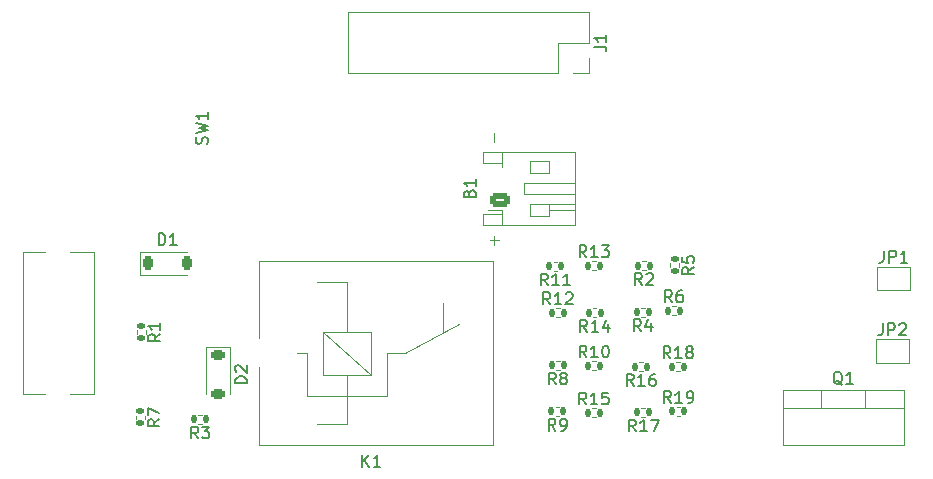
<source format=gbr>
%TF.GenerationSoftware,KiCad,Pcbnew,8.0.1*%
%TF.CreationDate,2024-03-24T23:16:52+02:00*%
%TF.ProjectId,KiCad,4b694361-642e-46b6-9963-61645f706362,rev?*%
%TF.SameCoordinates,Original*%
%TF.FileFunction,Legend,Top*%
%TF.FilePolarity,Positive*%
%FSLAX46Y46*%
G04 Gerber Fmt 4.6, Leading zero omitted, Abs format (unit mm)*
G04 Created by KiCad (PCBNEW 8.0.1) date 2024-03-24 23:16:52*
%MOMM*%
%LPD*%
G01*
G04 APERTURE LIST*
G04 Aperture macros list*
%AMRoundRect*
0 Rectangle with rounded corners*
0 $1 Rounding radius*
0 $2 $3 $4 $5 $6 $7 $8 $9 X,Y pos of 4 corners*
0 Add a 4 corners polygon primitive as box body*
4,1,4,$2,$3,$4,$5,$6,$7,$8,$9,$2,$3,0*
0 Add four circle primitives for the rounded corners*
1,1,$1+$1,$2,$3*
1,1,$1+$1,$4,$5*
1,1,$1+$1,$6,$7*
1,1,$1+$1,$8,$9*
0 Add four rect primitives between the rounded corners*
20,1,$1+$1,$2,$3,$4,$5,0*
20,1,$1+$1,$4,$5,$6,$7,0*
20,1,$1+$1,$6,$7,$8,$9,0*
20,1,$1+$1,$8,$9,$2,$3,0*%
G04 Aperture macros list end*
%ADD10C,0.150000*%
%ADD11C,0.100000*%
%ADD12C,0.120000*%
%ADD13RoundRect,0.135000X-0.135000X-0.185000X0.135000X-0.185000X0.135000X0.185000X-0.135000X0.185000X0*%
%ADD14R,1.000000X1.500000*%
%ADD15RoundRect,0.250000X0.625000X-0.350000X0.625000X0.350000X-0.625000X0.350000X-0.625000X-0.350000X0*%
%ADD16O,1.750000X1.200000*%
%ADD17RoundRect,0.135000X0.135000X0.185000X-0.135000X0.185000X-0.135000X-0.185000X0.135000X-0.185000X0*%
%ADD18RoundRect,0.135000X-0.185000X0.135000X-0.185000X-0.135000X0.185000X-0.135000X0.185000X0.135000X0*%
%ADD19R,1.905000X2.000000*%
%ADD20O,1.905000X2.000000*%
%ADD21RoundRect,0.225000X-0.375000X0.225000X-0.375000X-0.225000X0.375000X-0.225000X0.375000X0.225000X0*%
%ADD22RoundRect,0.225000X-0.225000X-0.375000X0.225000X-0.375000X0.225000X0.375000X-0.225000X0.375000X0*%
%ADD23C,3.000000*%
%ADD24C,2.500000*%
%ADD25R,1.700000X1.700000*%
%ADD26O,1.700000X1.700000*%
%ADD27C,1.700000*%
%ADD28C,2.000000*%
G04 APERTURE END LIST*
D10*
X163153333Y-97989219D02*
X162820000Y-97513028D01*
X162581905Y-97989219D02*
X162581905Y-96989219D01*
X162581905Y-96989219D02*
X162962857Y-96989219D01*
X162962857Y-96989219D02*
X163058095Y-97036838D01*
X163058095Y-97036838D02*
X163105714Y-97084457D01*
X163105714Y-97084457D02*
X163153333Y-97179695D01*
X163153333Y-97179695D02*
X163153333Y-97322552D01*
X163153333Y-97322552D02*
X163105714Y-97417790D01*
X163105714Y-97417790D02*
X163058095Y-97465409D01*
X163058095Y-97465409D02*
X162962857Y-97513028D01*
X162962857Y-97513028D02*
X162581905Y-97513028D01*
X164010476Y-96989219D02*
X163820000Y-96989219D01*
X163820000Y-96989219D02*
X163724762Y-97036838D01*
X163724762Y-97036838D02*
X163677143Y-97084457D01*
X163677143Y-97084457D02*
X163581905Y-97227314D01*
X163581905Y-97227314D02*
X163534286Y-97417790D01*
X163534286Y-97417790D02*
X163534286Y-97798742D01*
X163534286Y-97798742D02*
X163581905Y-97893980D01*
X163581905Y-97893980D02*
X163629524Y-97941600D01*
X163629524Y-97941600D02*
X163724762Y-97989219D01*
X163724762Y-97989219D02*
X163915238Y-97989219D01*
X163915238Y-97989219D02*
X164010476Y-97941600D01*
X164010476Y-97941600D02*
X164058095Y-97893980D01*
X164058095Y-97893980D02*
X164105714Y-97798742D01*
X164105714Y-97798742D02*
X164105714Y-97560647D01*
X164105714Y-97560647D02*
X164058095Y-97465409D01*
X164058095Y-97465409D02*
X164010476Y-97417790D01*
X164010476Y-97417790D02*
X163915238Y-97370171D01*
X163915238Y-97370171D02*
X163724762Y-97370171D01*
X163724762Y-97370171D02*
X163629524Y-97417790D01*
X163629524Y-97417790D02*
X163581905Y-97465409D01*
X163581905Y-97465409D02*
X163534286Y-97560647D01*
X155920742Y-94179219D02*
X155587409Y-93703028D01*
X155349314Y-94179219D02*
X155349314Y-93179219D01*
X155349314Y-93179219D02*
X155730266Y-93179219D01*
X155730266Y-93179219D02*
X155825504Y-93226838D01*
X155825504Y-93226838D02*
X155873123Y-93274457D01*
X155873123Y-93274457D02*
X155920742Y-93369695D01*
X155920742Y-93369695D02*
X155920742Y-93512552D01*
X155920742Y-93512552D02*
X155873123Y-93607790D01*
X155873123Y-93607790D02*
X155825504Y-93655409D01*
X155825504Y-93655409D02*
X155730266Y-93703028D01*
X155730266Y-93703028D02*
X155349314Y-93703028D01*
X156873123Y-94179219D02*
X156301695Y-94179219D01*
X156587409Y-94179219D02*
X156587409Y-93179219D01*
X156587409Y-93179219D02*
X156492171Y-93322076D01*
X156492171Y-93322076D02*
X156396933Y-93417314D01*
X156396933Y-93417314D02*
X156301695Y-93464933D01*
X157206457Y-93179219D02*
X157825504Y-93179219D01*
X157825504Y-93179219D02*
X157492171Y-93560171D01*
X157492171Y-93560171D02*
X157635028Y-93560171D01*
X157635028Y-93560171D02*
X157730266Y-93607790D01*
X157730266Y-93607790D02*
X157777885Y-93655409D01*
X157777885Y-93655409D02*
X157825504Y-93750647D01*
X157825504Y-93750647D02*
X157825504Y-93988742D01*
X157825504Y-93988742D02*
X157777885Y-94083980D01*
X157777885Y-94083980D02*
X157730266Y-94131600D01*
X157730266Y-94131600D02*
X157635028Y-94179219D01*
X157635028Y-94179219D02*
X157349314Y-94179219D01*
X157349314Y-94179219D02*
X157254076Y-94131600D01*
X157254076Y-94131600D02*
X157206457Y-94083980D01*
X180990266Y-99788219D02*
X180990266Y-100502504D01*
X180990266Y-100502504D02*
X180942647Y-100645361D01*
X180942647Y-100645361D02*
X180847409Y-100740600D01*
X180847409Y-100740600D02*
X180704552Y-100788219D01*
X180704552Y-100788219D02*
X180609314Y-100788219D01*
X181466457Y-100788219D02*
X181466457Y-99788219D01*
X181466457Y-99788219D02*
X181847409Y-99788219D01*
X181847409Y-99788219D02*
X181942647Y-99835838D01*
X181942647Y-99835838D02*
X181990266Y-99883457D01*
X181990266Y-99883457D02*
X182037885Y-99978695D01*
X182037885Y-99978695D02*
X182037885Y-100121552D01*
X182037885Y-100121552D02*
X181990266Y-100216790D01*
X181990266Y-100216790D02*
X181942647Y-100264409D01*
X181942647Y-100264409D02*
X181847409Y-100312028D01*
X181847409Y-100312028D02*
X181466457Y-100312028D01*
X182418838Y-99883457D02*
X182466457Y-99835838D01*
X182466457Y-99835838D02*
X182561695Y-99788219D01*
X182561695Y-99788219D02*
X182799790Y-99788219D01*
X182799790Y-99788219D02*
X182895028Y-99835838D01*
X182895028Y-99835838D02*
X182942647Y-99883457D01*
X182942647Y-99883457D02*
X182990266Y-99978695D01*
X182990266Y-99978695D02*
X182990266Y-100073933D01*
X182990266Y-100073933D02*
X182942647Y-100216790D01*
X182942647Y-100216790D02*
X182371219Y-100788219D01*
X182371219Y-100788219D02*
X182990266Y-100788219D01*
X146010209Y-88771361D02*
X146057828Y-88628504D01*
X146057828Y-88628504D02*
X146105447Y-88580885D01*
X146105447Y-88580885D02*
X146200685Y-88533266D01*
X146200685Y-88533266D02*
X146343542Y-88533266D01*
X146343542Y-88533266D02*
X146438780Y-88580885D01*
X146438780Y-88580885D02*
X146486400Y-88628504D01*
X146486400Y-88628504D02*
X146534019Y-88723742D01*
X146534019Y-88723742D02*
X146534019Y-89104694D01*
X146534019Y-89104694D02*
X145534019Y-89104694D01*
X145534019Y-89104694D02*
X145534019Y-88771361D01*
X145534019Y-88771361D02*
X145581638Y-88676123D01*
X145581638Y-88676123D02*
X145629257Y-88628504D01*
X145629257Y-88628504D02*
X145724495Y-88580885D01*
X145724495Y-88580885D02*
X145819733Y-88580885D01*
X145819733Y-88580885D02*
X145914971Y-88628504D01*
X145914971Y-88628504D02*
X145962590Y-88676123D01*
X145962590Y-88676123D02*
X146010209Y-88771361D01*
X146010209Y-88771361D02*
X146010209Y-89104694D01*
X146534019Y-87580885D02*
X146534019Y-88152313D01*
X146534019Y-87866599D02*
X145534019Y-87866599D01*
X145534019Y-87866599D02*
X145676876Y-87961837D01*
X145676876Y-87961837D02*
X145772114Y-88057075D01*
X145772114Y-88057075D02*
X145819733Y-88152313D01*
D11*
X148120666Y-84412715D02*
X148120666Y-83650811D01*
X148120666Y-93112715D02*
X148120666Y-92350811D01*
X148501619Y-92731763D02*
X147739714Y-92731763D01*
D10*
X159910542Y-105079019D02*
X159577209Y-104602828D01*
X159339114Y-105079019D02*
X159339114Y-104079019D01*
X159339114Y-104079019D02*
X159720066Y-104079019D01*
X159720066Y-104079019D02*
X159815304Y-104126638D01*
X159815304Y-104126638D02*
X159862923Y-104174257D01*
X159862923Y-104174257D02*
X159910542Y-104269495D01*
X159910542Y-104269495D02*
X159910542Y-104412352D01*
X159910542Y-104412352D02*
X159862923Y-104507590D01*
X159862923Y-104507590D02*
X159815304Y-104555209D01*
X159815304Y-104555209D02*
X159720066Y-104602828D01*
X159720066Y-104602828D02*
X159339114Y-104602828D01*
X160862923Y-105079019D02*
X160291495Y-105079019D01*
X160577209Y-105079019D02*
X160577209Y-104079019D01*
X160577209Y-104079019D02*
X160481971Y-104221876D01*
X160481971Y-104221876D02*
X160386733Y-104317114D01*
X160386733Y-104317114D02*
X160291495Y-104364733D01*
X161720066Y-104079019D02*
X161529590Y-104079019D01*
X161529590Y-104079019D02*
X161434352Y-104126638D01*
X161434352Y-104126638D02*
X161386733Y-104174257D01*
X161386733Y-104174257D02*
X161291495Y-104317114D01*
X161291495Y-104317114D02*
X161243876Y-104507590D01*
X161243876Y-104507590D02*
X161243876Y-104888542D01*
X161243876Y-104888542D02*
X161291495Y-104983780D01*
X161291495Y-104983780D02*
X161339114Y-105031400D01*
X161339114Y-105031400D02*
X161434352Y-105079019D01*
X161434352Y-105079019D02*
X161624828Y-105079019D01*
X161624828Y-105079019D02*
X161720066Y-105031400D01*
X161720066Y-105031400D02*
X161767685Y-104983780D01*
X161767685Y-104983780D02*
X161815304Y-104888542D01*
X161815304Y-104888542D02*
X161815304Y-104650447D01*
X161815304Y-104650447D02*
X161767685Y-104555209D01*
X161767685Y-104555209D02*
X161720066Y-104507590D01*
X161720066Y-104507590D02*
X161624828Y-104459971D01*
X161624828Y-104459971D02*
X161434352Y-104459971D01*
X161434352Y-104459971D02*
X161339114Y-104507590D01*
X161339114Y-104507590D02*
X161291495Y-104555209D01*
X161291495Y-104555209D02*
X161243876Y-104650447D01*
X160613333Y-96544619D02*
X160280000Y-96068428D01*
X160041905Y-96544619D02*
X160041905Y-95544619D01*
X160041905Y-95544619D02*
X160422857Y-95544619D01*
X160422857Y-95544619D02*
X160518095Y-95592238D01*
X160518095Y-95592238D02*
X160565714Y-95639857D01*
X160565714Y-95639857D02*
X160613333Y-95735095D01*
X160613333Y-95735095D02*
X160613333Y-95877952D01*
X160613333Y-95877952D02*
X160565714Y-95973190D01*
X160565714Y-95973190D02*
X160518095Y-96020809D01*
X160518095Y-96020809D02*
X160422857Y-96068428D01*
X160422857Y-96068428D02*
X160041905Y-96068428D01*
X160994286Y-95639857D02*
X161041905Y-95592238D01*
X161041905Y-95592238D02*
X161137143Y-95544619D01*
X161137143Y-95544619D02*
X161375238Y-95544619D01*
X161375238Y-95544619D02*
X161470476Y-95592238D01*
X161470476Y-95592238D02*
X161518095Y-95639857D01*
X161518095Y-95639857D02*
X161565714Y-95735095D01*
X161565714Y-95735095D02*
X161565714Y-95830333D01*
X161565714Y-95830333D02*
X161518095Y-95973190D01*
X161518095Y-95973190D02*
X160946667Y-96544619D01*
X160946667Y-96544619D02*
X161565714Y-96544619D01*
X165017019Y-95035666D02*
X164540828Y-95368999D01*
X165017019Y-95607094D02*
X164017019Y-95607094D01*
X164017019Y-95607094D02*
X164017019Y-95226142D01*
X164017019Y-95226142D02*
X164064638Y-95130904D01*
X164064638Y-95130904D02*
X164112257Y-95083285D01*
X164112257Y-95083285D02*
X164207495Y-95035666D01*
X164207495Y-95035666D02*
X164350352Y-95035666D01*
X164350352Y-95035666D02*
X164445590Y-95083285D01*
X164445590Y-95083285D02*
X164493209Y-95130904D01*
X164493209Y-95130904D02*
X164540828Y-95226142D01*
X164540828Y-95226142D02*
X164540828Y-95607094D01*
X164017019Y-94130904D02*
X164017019Y-94607094D01*
X164017019Y-94607094D02*
X164493209Y-94654713D01*
X164493209Y-94654713D02*
X164445590Y-94607094D01*
X164445590Y-94607094D02*
X164397971Y-94511856D01*
X164397971Y-94511856D02*
X164397971Y-94273761D01*
X164397971Y-94273761D02*
X164445590Y-94178523D01*
X164445590Y-94178523D02*
X164493209Y-94130904D01*
X164493209Y-94130904D02*
X164588447Y-94083285D01*
X164588447Y-94083285D02*
X164826542Y-94083285D01*
X164826542Y-94083285D02*
X164921780Y-94130904D01*
X164921780Y-94130904D02*
X164969400Y-94178523D01*
X164969400Y-94178523D02*
X165017019Y-94273761D01*
X165017019Y-94273761D02*
X165017019Y-94511856D01*
X165017019Y-94511856D02*
X164969400Y-94607094D01*
X164969400Y-94607094D02*
X164921780Y-94654713D01*
X155895342Y-106650619D02*
X155562009Y-106174428D01*
X155323914Y-106650619D02*
X155323914Y-105650619D01*
X155323914Y-105650619D02*
X155704866Y-105650619D01*
X155704866Y-105650619D02*
X155800104Y-105698238D01*
X155800104Y-105698238D02*
X155847723Y-105745857D01*
X155847723Y-105745857D02*
X155895342Y-105841095D01*
X155895342Y-105841095D02*
X155895342Y-105983952D01*
X155895342Y-105983952D02*
X155847723Y-106079190D01*
X155847723Y-106079190D02*
X155800104Y-106126809D01*
X155800104Y-106126809D02*
X155704866Y-106174428D01*
X155704866Y-106174428D02*
X155323914Y-106174428D01*
X156847723Y-106650619D02*
X156276295Y-106650619D01*
X156562009Y-106650619D02*
X156562009Y-105650619D01*
X156562009Y-105650619D02*
X156466771Y-105793476D01*
X156466771Y-105793476D02*
X156371533Y-105888714D01*
X156371533Y-105888714D02*
X156276295Y-105936333D01*
X157752485Y-105650619D02*
X157276295Y-105650619D01*
X157276295Y-105650619D02*
X157228676Y-106126809D01*
X157228676Y-106126809D02*
X157276295Y-106079190D01*
X157276295Y-106079190D02*
X157371533Y-106031571D01*
X157371533Y-106031571D02*
X157609628Y-106031571D01*
X157609628Y-106031571D02*
X157704866Y-106079190D01*
X157704866Y-106079190D02*
X157752485Y-106126809D01*
X157752485Y-106126809D02*
X157800104Y-106222047D01*
X157800104Y-106222047D02*
X157800104Y-106460142D01*
X157800104Y-106460142D02*
X157752485Y-106555380D01*
X157752485Y-106555380D02*
X157704866Y-106603000D01*
X157704866Y-106603000D02*
X157609628Y-106650619D01*
X157609628Y-106650619D02*
X157371533Y-106650619D01*
X157371533Y-106650619D02*
X157276295Y-106603000D01*
X157276295Y-106603000D02*
X157228676Y-106555380D01*
X177577761Y-104992057D02*
X177482523Y-104944438D01*
X177482523Y-104944438D02*
X177387285Y-104849200D01*
X177387285Y-104849200D02*
X177244428Y-104706342D01*
X177244428Y-104706342D02*
X177149190Y-104658723D01*
X177149190Y-104658723D02*
X177053952Y-104658723D01*
X177101571Y-104896819D02*
X177006333Y-104849200D01*
X177006333Y-104849200D02*
X176911095Y-104753961D01*
X176911095Y-104753961D02*
X176863476Y-104563485D01*
X176863476Y-104563485D02*
X176863476Y-104230152D01*
X176863476Y-104230152D02*
X176911095Y-104039676D01*
X176911095Y-104039676D02*
X177006333Y-103944438D01*
X177006333Y-103944438D02*
X177101571Y-103896819D01*
X177101571Y-103896819D02*
X177292047Y-103896819D01*
X177292047Y-103896819D02*
X177387285Y-103944438D01*
X177387285Y-103944438D02*
X177482523Y-104039676D01*
X177482523Y-104039676D02*
X177530142Y-104230152D01*
X177530142Y-104230152D02*
X177530142Y-104563485D01*
X177530142Y-104563485D02*
X177482523Y-104753961D01*
X177482523Y-104753961D02*
X177387285Y-104849200D01*
X177387285Y-104849200D02*
X177292047Y-104896819D01*
X177292047Y-104896819D02*
X177101571Y-104896819D01*
X178482523Y-104896819D02*
X177911095Y-104896819D01*
X178196809Y-104896819D02*
X178196809Y-103896819D01*
X178196809Y-103896819D02*
X178101571Y-104039676D01*
X178101571Y-104039676D02*
X178006333Y-104134914D01*
X178006333Y-104134914D02*
X177911095Y-104182533D01*
X163060142Y-106523619D02*
X162726809Y-106047428D01*
X162488714Y-106523619D02*
X162488714Y-105523619D01*
X162488714Y-105523619D02*
X162869666Y-105523619D01*
X162869666Y-105523619D02*
X162964904Y-105571238D01*
X162964904Y-105571238D02*
X163012523Y-105618857D01*
X163012523Y-105618857D02*
X163060142Y-105714095D01*
X163060142Y-105714095D02*
X163060142Y-105856952D01*
X163060142Y-105856952D02*
X163012523Y-105952190D01*
X163012523Y-105952190D02*
X162964904Y-105999809D01*
X162964904Y-105999809D02*
X162869666Y-106047428D01*
X162869666Y-106047428D02*
X162488714Y-106047428D01*
X164012523Y-106523619D02*
X163441095Y-106523619D01*
X163726809Y-106523619D02*
X163726809Y-105523619D01*
X163726809Y-105523619D02*
X163631571Y-105666476D01*
X163631571Y-105666476D02*
X163536333Y-105761714D01*
X163536333Y-105761714D02*
X163441095Y-105809333D01*
X164488714Y-106523619D02*
X164679190Y-106523619D01*
X164679190Y-106523619D02*
X164774428Y-106476000D01*
X164774428Y-106476000D02*
X164822047Y-106428380D01*
X164822047Y-106428380D02*
X164917285Y-106285523D01*
X164917285Y-106285523D02*
X164964904Y-106095047D01*
X164964904Y-106095047D02*
X164964904Y-105714095D01*
X164964904Y-105714095D02*
X164917285Y-105618857D01*
X164917285Y-105618857D02*
X164869666Y-105571238D01*
X164869666Y-105571238D02*
X164774428Y-105523619D01*
X164774428Y-105523619D02*
X164583952Y-105523619D01*
X164583952Y-105523619D02*
X164488714Y-105571238D01*
X164488714Y-105571238D02*
X164441095Y-105618857D01*
X164441095Y-105618857D02*
X164393476Y-105714095D01*
X164393476Y-105714095D02*
X164393476Y-105952190D01*
X164393476Y-105952190D02*
X164441095Y-106047428D01*
X164441095Y-106047428D02*
X164488714Y-106095047D01*
X164488714Y-106095047D02*
X164583952Y-106142666D01*
X164583952Y-106142666D02*
X164774428Y-106142666D01*
X164774428Y-106142666D02*
X164869666Y-106095047D01*
X164869666Y-106095047D02*
X164917285Y-106047428D01*
X164917285Y-106047428D02*
X164964904Y-105952190D01*
X155924742Y-102662819D02*
X155591409Y-102186628D01*
X155353314Y-102662819D02*
X155353314Y-101662819D01*
X155353314Y-101662819D02*
X155734266Y-101662819D01*
X155734266Y-101662819D02*
X155829504Y-101710438D01*
X155829504Y-101710438D02*
X155877123Y-101758057D01*
X155877123Y-101758057D02*
X155924742Y-101853295D01*
X155924742Y-101853295D02*
X155924742Y-101996152D01*
X155924742Y-101996152D02*
X155877123Y-102091390D01*
X155877123Y-102091390D02*
X155829504Y-102139009D01*
X155829504Y-102139009D02*
X155734266Y-102186628D01*
X155734266Y-102186628D02*
X155353314Y-102186628D01*
X156877123Y-102662819D02*
X156305695Y-102662819D01*
X156591409Y-102662819D02*
X156591409Y-101662819D01*
X156591409Y-101662819D02*
X156496171Y-101805676D01*
X156496171Y-101805676D02*
X156400933Y-101900914D01*
X156400933Y-101900914D02*
X156305695Y-101948533D01*
X157496171Y-101662819D02*
X157591409Y-101662819D01*
X157591409Y-101662819D02*
X157686647Y-101710438D01*
X157686647Y-101710438D02*
X157734266Y-101758057D01*
X157734266Y-101758057D02*
X157781885Y-101853295D01*
X157781885Y-101853295D02*
X157829504Y-102043771D01*
X157829504Y-102043771D02*
X157829504Y-102281866D01*
X157829504Y-102281866D02*
X157781885Y-102472342D01*
X157781885Y-102472342D02*
X157734266Y-102567580D01*
X157734266Y-102567580D02*
X157686647Y-102615200D01*
X157686647Y-102615200D02*
X157591409Y-102662819D01*
X157591409Y-102662819D02*
X157496171Y-102662819D01*
X157496171Y-102662819D02*
X157400933Y-102615200D01*
X157400933Y-102615200D02*
X157353314Y-102567580D01*
X157353314Y-102567580D02*
X157305695Y-102472342D01*
X157305695Y-102472342D02*
X157258076Y-102281866D01*
X157258076Y-102281866D02*
X157258076Y-102043771D01*
X157258076Y-102043771D02*
X157305695Y-101853295D01*
X157305695Y-101853295D02*
X157353314Y-101758057D01*
X157353314Y-101758057D02*
X157400933Y-101710438D01*
X157400933Y-101710438D02*
X157496171Y-101662819D01*
X181091866Y-93641419D02*
X181091866Y-94355704D01*
X181091866Y-94355704D02*
X181044247Y-94498561D01*
X181044247Y-94498561D02*
X180949009Y-94593800D01*
X180949009Y-94593800D02*
X180806152Y-94641419D01*
X180806152Y-94641419D02*
X180710914Y-94641419D01*
X181568057Y-94641419D02*
X181568057Y-93641419D01*
X181568057Y-93641419D02*
X181949009Y-93641419D01*
X181949009Y-93641419D02*
X182044247Y-93689038D01*
X182044247Y-93689038D02*
X182091866Y-93736657D01*
X182091866Y-93736657D02*
X182139485Y-93831895D01*
X182139485Y-93831895D02*
X182139485Y-93974752D01*
X182139485Y-93974752D02*
X182091866Y-94069990D01*
X182091866Y-94069990D02*
X182044247Y-94117609D01*
X182044247Y-94117609D02*
X181949009Y-94165228D01*
X181949009Y-94165228D02*
X181568057Y-94165228D01*
X183091866Y-94641419D02*
X182520438Y-94641419D01*
X182806152Y-94641419D02*
X182806152Y-93641419D01*
X182806152Y-93641419D02*
X182710914Y-93784276D01*
X182710914Y-93784276D02*
X182615676Y-93879514D01*
X182615676Y-93879514D02*
X182520438Y-93927133D01*
X163030742Y-102739019D02*
X162697409Y-102262828D01*
X162459314Y-102739019D02*
X162459314Y-101739019D01*
X162459314Y-101739019D02*
X162840266Y-101739019D01*
X162840266Y-101739019D02*
X162935504Y-101786638D01*
X162935504Y-101786638D02*
X162983123Y-101834257D01*
X162983123Y-101834257D02*
X163030742Y-101929495D01*
X163030742Y-101929495D02*
X163030742Y-102072352D01*
X163030742Y-102072352D02*
X162983123Y-102167590D01*
X162983123Y-102167590D02*
X162935504Y-102215209D01*
X162935504Y-102215209D02*
X162840266Y-102262828D01*
X162840266Y-102262828D02*
X162459314Y-102262828D01*
X163983123Y-102739019D02*
X163411695Y-102739019D01*
X163697409Y-102739019D02*
X163697409Y-101739019D01*
X163697409Y-101739019D02*
X163602171Y-101881876D01*
X163602171Y-101881876D02*
X163506933Y-101977114D01*
X163506933Y-101977114D02*
X163411695Y-102024733D01*
X164554552Y-102167590D02*
X164459314Y-102119971D01*
X164459314Y-102119971D02*
X164411695Y-102072352D01*
X164411695Y-102072352D02*
X164364076Y-101977114D01*
X164364076Y-101977114D02*
X164364076Y-101929495D01*
X164364076Y-101929495D02*
X164411695Y-101834257D01*
X164411695Y-101834257D02*
X164459314Y-101786638D01*
X164459314Y-101786638D02*
X164554552Y-101739019D01*
X164554552Y-101739019D02*
X164745028Y-101739019D01*
X164745028Y-101739019D02*
X164840266Y-101786638D01*
X164840266Y-101786638D02*
X164887885Y-101834257D01*
X164887885Y-101834257D02*
X164935504Y-101929495D01*
X164935504Y-101929495D02*
X164935504Y-101977114D01*
X164935504Y-101977114D02*
X164887885Y-102072352D01*
X164887885Y-102072352D02*
X164840266Y-102119971D01*
X164840266Y-102119971D02*
X164745028Y-102167590D01*
X164745028Y-102167590D02*
X164554552Y-102167590D01*
X164554552Y-102167590D02*
X164459314Y-102215209D01*
X164459314Y-102215209D02*
X164411695Y-102262828D01*
X164411695Y-102262828D02*
X164364076Y-102358066D01*
X164364076Y-102358066D02*
X164364076Y-102548542D01*
X164364076Y-102548542D02*
X164411695Y-102643780D01*
X164411695Y-102643780D02*
X164459314Y-102691400D01*
X164459314Y-102691400D02*
X164554552Y-102739019D01*
X164554552Y-102739019D02*
X164745028Y-102739019D01*
X164745028Y-102739019D02*
X164840266Y-102691400D01*
X164840266Y-102691400D02*
X164887885Y-102643780D01*
X164887885Y-102643780D02*
X164935504Y-102548542D01*
X164935504Y-102548542D02*
X164935504Y-102358066D01*
X164935504Y-102358066D02*
X164887885Y-102262828D01*
X164887885Y-102262828D02*
X164840266Y-102215209D01*
X164840266Y-102215209D02*
X164745028Y-102167590D01*
X127167819Y-104852694D02*
X126167819Y-104852694D01*
X126167819Y-104852694D02*
X126167819Y-104614599D01*
X126167819Y-104614599D02*
X126215438Y-104471742D01*
X126215438Y-104471742D02*
X126310676Y-104376504D01*
X126310676Y-104376504D02*
X126405914Y-104328885D01*
X126405914Y-104328885D02*
X126596390Y-104281266D01*
X126596390Y-104281266D02*
X126739247Y-104281266D01*
X126739247Y-104281266D02*
X126929723Y-104328885D01*
X126929723Y-104328885D02*
X127024961Y-104376504D01*
X127024961Y-104376504D02*
X127120200Y-104471742D01*
X127120200Y-104471742D02*
X127167819Y-104614599D01*
X127167819Y-104614599D02*
X127167819Y-104852694D01*
X126263057Y-103900313D02*
X126215438Y-103852694D01*
X126215438Y-103852694D02*
X126167819Y-103757456D01*
X126167819Y-103757456D02*
X126167819Y-103519361D01*
X126167819Y-103519361D02*
X126215438Y-103424123D01*
X126215438Y-103424123D02*
X126263057Y-103376504D01*
X126263057Y-103376504D02*
X126358295Y-103328885D01*
X126358295Y-103328885D02*
X126453533Y-103328885D01*
X126453533Y-103328885D02*
X126596390Y-103376504D01*
X126596390Y-103376504D02*
X127167819Y-103947932D01*
X127167819Y-103947932D02*
X127167819Y-103328885D01*
X119709705Y-93171419D02*
X119709705Y-92171419D01*
X119709705Y-92171419D02*
X119947800Y-92171419D01*
X119947800Y-92171419D02*
X120090657Y-92219038D01*
X120090657Y-92219038D02*
X120185895Y-92314276D01*
X120185895Y-92314276D02*
X120233514Y-92409514D01*
X120233514Y-92409514D02*
X120281133Y-92599990D01*
X120281133Y-92599990D02*
X120281133Y-92742847D01*
X120281133Y-92742847D02*
X120233514Y-92933323D01*
X120233514Y-92933323D02*
X120185895Y-93028561D01*
X120185895Y-93028561D02*
X120090657Y-93123800D01*
X120090657Y-93123800D02*
X119947800Y-93171419D01*
X119947800Y-93171419D02*
X119709705Y-93171419D01*
X121233514Y-93171419D02*
X120662086Y-93171419D01*
X120947800Y-93171419D02*
X120947800Y-92171419D01*
X120947800Y-92171419D02*
X120852562Y-92314276D01*
X120852562Y-92314276D02*
X120757324Y-92409514D01*
X120757324Y-92409514D02*
X120662086Y-92457133D01*
X123046733Y-109524019D02*
X122713400Y-109047828D01*
X122475305Y-109524019D02*
X122475305Y-108524019D01*
X122475305Y-108524019D02*
X122856257Y-108524019D01*
X122856257Y-108524019D02*
X122951495Y-108571638D01*
X122951495Y-108571638D02*
X122999114Y-108619257D01*
X122999114Y-108619257D02*
X123046733Y-108714495D01*
X123046733Y-108714495D02*
X123046733Y-108857352D01*
X123046733Y-108857352D02*
X122999114Y-108952590D01*
X122999114Y-108952590D02*
X122951495Y-109000209D01*
X122951495Y-109000209D02*
X122856257Y-109047828D01*
X122856257Y-109047828D02*
X122475305Y-109047828D01*
X123380067Y-108524019D02*
X123999114Y-108524019D01*
X123999114Y-108524019D02*
X123665781Y-108904971D01*
X123665781Y-108904971D02*
X123808638Y-108904971D01*
X123808638Y-108904971D02*
X123903876Y-108952590D01*
X123903876Y-108952590D02*
X123951495Y-109000209D01*
X123951495Y-109000209D02*
X123999114Y-109095447D01*
X123999114Y-109095447D02*
X123999114Y-109333542D01*
X123999114Y-109333542D02*
X123951495Y-109428780D01*
X123951495Y-109428780D02*
X123903876Y-109476400D01*
X123903876Y-109476400D02*
X123808638Y-109524019D01*
X123808638Y-109524019D02*
X123522924Y-109524019D01*
X123522924Y-109524019D02*
X123427686Y-109476400D01*
X123427686Y-109476400D02*
X123380067Y-109428780D01*
X152644142Y-96570019D02*
X152310809Y-96093828D01*
X152072714Y-96570019D02*
X152072714Y-95570019D01*
X152072714Y-95570019D02*
X152453666Y-95570019D01*
X152453666Y-95570019D02*
X152548904Y-95617638D01*
X152548904Y-95617638D02*
X152596523Y-95665257D01*
X152596523Y-95665257D02*
X152644142Y-95760495D01*
X152644142Y-95760495D02*
X152644142Y-95903352D01*
X152644142Y-95903352D02*
X152596523Y-95998590D01*
X152596523Y-95998590D02*
X152548904Y-96046209D01*
X152548904Y-96046209D02*
X152453666Y-96093828D01*
X152453666Y-96093828D02*
X152072714Y-96093828D01*
X153596523Y-96570019D02*
X153025095Y-96570019D01*
X153310809Y-96570019D02*
X153310809Y-95570019D01*
X153310809Y-95570019D02*
X153215571Y-95712876D01*
X153215571Y-95712876D02*
X153120333Y-95808114D01*
X153120333Y-95808114D02*
X153025095Y-95855733D01*
X154548904Y-96570019D02*
X153977476Y-96570019D01*
X154263190Y-96570019D02*
X154263190Y-95570019D01*
X154263190Y-95570019D02*
X154167952Y-95712876D01*
X154167952Y-95712876D02*
X154072714Y-95808114D01*
X154072714Y-95808114D02*
X153977476Y-95855733D01*
X153298133Y-108863619D02*
X152964800Y-108387428D01*
X152726705Y-108863619D02*
X152726705Y-107863619D01*
X152726705Y-107863619D02*
X153107657Y-107863619D01*
X153107657Y-107863619D02*
X153202895Y-107911238D01*
X153202895Y-107911238D02*
X153250514Y-107958857D01*
X153250514Y-107958857D02*
X153298133Y-108054095D01*
X153298133Y-108054095D02*
X153298133Y-108196952D01*
X153298133Y-108196952D02*
X153250514Y-108292190D01*
X153250514Y-108292190D02*
X153202895Y-108339809D01*
X153202895Y-108339809D02*
X153107657Y-108387428D01*
X153107657Y-108387428D02*
X152726705Y-108387428D01*
X153774324Y-108863619D02*
X153964800Y-108863619D01*
X153964800Y-108863619D02*
X154060038Y-108816000D01*
X154060038Y-108816000D02*
X154107657Y-108768380D01*
X154107657Y-108768380D02*
X154202895Y-108625523D01*
X154202895Y-108625523D02*
X154250514Y-108435047D01*
X154250514Y-108435047D02*
X154250514Y-108054095D01*
X154250514Y-108054095D02*
X154202895Y-107958857D01*
X154202895Y-107958857D02*
X154155276Y-107911238D01*
X154155276Y-107911238D02*
X154060038Y-107863619D01*
X154060038Y-107863619D02*
X153869562Y-107863619D01*
X153869562Y-107863619D02*
X153774324Y-107911238D01*
X153774324Y-107911238D02*
X153726705Y-107958857D01*
X153726705Y-107958857D02*
X153679086Y-108054095D01*
X153679086Y-108054095D02*
X153679086Y-108292190D01*
X153679086Y-108292190D02*
X153726705Y-108387428D01*
X153726705Y-108387428D02*
X153774324Y-108435047D01*
X153774324Y-108435047D02*
X153869562Y-108482666D01*
X153869562Y-108482666D02*
X154060038Y-108482666D01*
X154060038Y-108482666D02*
X154155276Y-108435047D01*
X154155276Y-108435047D02*
X154202895Y-108387428D01*
X154202895Y-108387428D02*
X154250514Y-108292190D01*
X152847342Y-98167019D02*
X152514009Y-97690828D01*
X152275914Y-98167019D02*
X152275914Y-97167019D01*
X152275914Y-97167019D02*
X152656866Y-97167019D01*
X152656866Y-97167019D02*
X152752104Y-97214638D01*
X152752104Y-97214638D02*
X152799723Y-97262257D01*
X152799723Y-97262257D02*
X152847342Y-97357495D01*
X152847342Y-97357495D02*
X152847342Y-97500352D01*
X152847342Y-97500352D02*
X152799723Y-97595590D01*
X152799723Y-97595590D02*
X152752104Y-97643209D01*
X152752104Y-97643209D02*
X152656866Y-97690828D01*
X152656866Y-97690828D02*
X152275914Y-97690828D01*
X153799723Y-98167019D02*
X153228295Y-98167019D01*
X153514009Y-98167019D02*
X153514009Y-97167019D01*
X153514009Y-97167019D02*
X153418771Y-97309876D01*
X153418771Y-97309876D02*
X153323533Y-97405114D01*
X153323533Y-97405114D02*
X153228295Y-97452733D01*
X154180676Y-97262257D02*
X154228295Y-97214638D01*
X154228295Y-97214638D02*
X154323533Y-97167019D01*
X154323533Y-97167019D02*
X154561628Y-97167019D01*
X154561628Y-97167019D02*
X154656866Y-97214638D01*
X154656866Y-97214638D02*
X154704485Y-97262257D01*
X154704485Y-97262257D02*
X154752104Y-97357495D01*
X154752104Y-97357495D02*
X154752104Y-97452733D01*
X154752104Y-97452733D02*
X154704485Y-97595590D01*
X154704485Y-97595590D02*
X154133057Y-98167019D01*
X154133057Y-98167019D02*
X154752104Y-98167019D01*
X160086342Y-108939819D02*
X159753009Y-108463628D01*
X159514914Y-108939819D02*
X159514914Y-107939819D01*
X159514914Y-107939819D02*
X159895866Y-107939819D01*
X159895866Y-107939819D02*
X159991104Y-107987438D01*
X159991104Y-107987438D02*
X160038723Y-108035057D01*
X160038723Y-108035057D02*
X160086342Y-108130295D01*
X160086342Y-108130295D02*
X160086342Y-108273152D01*
X160086342Y-108273152D02*
X160038723Y-108368390D01*
X160038723Y-108368390D02*
X159991104Y-108416009D01*
X159991104Y-108416009D02*
X159895866Y-108463628D01*
X159895866Y-108463628D02*
X159514914Y-108463628D01*
X161038723Y-108939819D02*
X160467295Y-108939819D01*
X160753009Y-108939819D02*
X160753009Y-107939819D01*
X160753009Y-107939819D02*
X160657771Y-108082676D01*
X160657771Y-108082676D02*
X160562533Y-108177914D01*
X160562533Y-108177914D02*
X160467295Y-108225533D01*
X161372057Y-107939819D02*
X162038723Y-107939819D01*
X162038723Y-107939819D02*
X161610152Y-108939819D01*
X153327533Y-104952019D02*
X152994200Y-104475828D01*
X152756105Y-104952019D02*
X152756105Y-103952019D01*
X152756105Y-103952019D02*
X153137057Y-103952019D01*
X153137057Y-103952019D02*
X153232295Y-103999638D01*
X153232295Y-103999638D02*
X153279914Y-104047257D01*
X153279914Y-104047257D02*
X153327533Y-104142495D01*
X153327533Y-104142495D02*
X153327533Y-104285352D01*
X153327533Y-104285352D02*
X153279914Y-104380590D01*
X153279914Y-104380590D02*
X153232295Y-104428209D01*
X153232295Y-104428209D02*
X153137057Y-104475828D01*
X153137057Y-104475828D02*
X152756105Y-104475828D01*
X153898962Y-104380590D02*
X153803724Y-104332971D01*
X153803724Y-104332971D02*
X153756105Y-104285352D01*
X153756105Y-104285352D02*
X153708486Y-104190114D01*
X153708486Y-104190114D02*
X153708486Y-104142495D01*
X153708486Y-104142495D02*
X153756105Y-104047257D01*
X153756105Y-104047257D02*
X153803724Y-103999638D01*
X153803724Y-103999638D02*
X153898962Y-103952019D01*
X153898962Y-103952019D02*
X154089438Y-103952019D01*
X154089438Y-103952019D02*
X154184676Y-103999638D01*
X154184676Y-103999638D02*
X154232295Y-104047257D01*
X154232295Y-104047257D02*
X154279914Y-104142495D01*
X154279914Y-104142495D02*
X154279914Y-104190114D01*
X154279914Y-104190114D02*
X154232295Y-104285352D01*
X154232295Y-104285352D02*
X154184676Y-104332971D01*
X154184676Y-104332971D02*
X154089438Y-104380590D01*
X154089438Y-104380590D02*
X153898962Y-104380590D01*
X153898962Y-104380590D02*
X153803724Y-104428209D01*
X153803724Y-104428209D02*
X153756105Y-104475828D01*
X153756105Y-104475828D02*
X153708486Y-104571066D01*
X153708486Y-104571066D02*
X153708486Y-104761542D01*
X153708486Y-104761542D02*
X153756105Y-104856780D01*
X153756105Y-104856780D02*
X153803724Y-104904400D01*
X153803724Y-104904400D02*
X153898962Y-104952019D01*
X153898962Y-104952019D02*
X154089438Y-104952019D01*
X154089438Y-104952019D02*
X154184676Y-104904400D01*
X154184676Y-104904400D02*
X154232295Y-104856780D01*
X154232295Y-104856780D02*
X154279914Y-104761542D01*
X154279914Y-104761542D02*
X154279914Y-104571066D01*
X154279914Y-104571066D02*
X154232295Y-104475828D01*
X154232295Y-104475828D02*
X154184676Y-104428209D01*
X154184676Y-104428209D02*
X154089438Y-104380590D01*
X136951305Y-111920819D02*
X136951305Y-110920819D01*
X137522733Y-111920819D02*
X137094162Y-111349390D01*
X137522733Y-110920819D02*
X136951305Y-111492247D01*
X138475114Y-111920819D02*
X137903686Y-111920819D01*
X138189400Y-111920819D02*
X138189400Y-110920819D01*
X138189400Y-110920819D02*
X138094162Y-111063676D01*
X138094162Y-111063676D02*
X137998924Y-111158914D01*
X137998924Y-111158914D02*
X137903686Y-111206533D01*
X119760219Y-107911466D02*
X119284028Y-108244799D01*
X119760219Y-108482894D02*
X118760219Y-108482894D01*
X118760219Y-108482894D02*
X118760219Y-108101942D01*
X118760219Y-108101942D02*
X118807838Y-108006704D01*
X118807838Y-108006704D02*
X118855457Y-107959085D01*
X118855457Y-107959085D02*
X118950695Y-107911466D01*
X118950695Y-107911466D02*
X119093552Y-107911466D01*
X119093552Y-107911466D02*
X119188790Y-107959085D01*
X119188790Y-107959085D02*
X119236409Y-108006704D01*
X119236409Y-108006704D02*
X119284028Y-108101942D01*
X119284028Y-108101942D02*
X119284028Y-108482894D01*
X118760219Y-107578132D02*
X118760219Y-106911466D01*
X118760219Y-106911466D02*
X119760219Y-107340037D01*
X155971542Y-100507019D02*
X155638209Y-100030828D01*
X155400114Y-100507019D02*
X155400114Y-99507019D01*
X155400114Y-99507019D02*
X155781066Y-99507019D01*
X155781066Y-99507019D02*
X155876304Y-99554638D01*
X155876304Y-99554638D02*
X155923923Y-99602257D01*
X155923923Y-99602257D02*
X155971542Y-99697495D01*
X155971542Y-99697495D02*
X155971542Y-99840352D01*
X155971542Y-99840352D02*
X155923923Y-99935590D01*
X155923923Y-99935590D02*
X155876304Y-99983209D01*
X155876304Y-99983209D02*
X155781066Y-100030828D01*
X155781066Y-100030828D02*
X155400114Y-100030828D01*
X156923923Y-100507019D02*
X156352495Y-100507019D01*
X156638209Y-100507019D02*
X156638209Y-99507019D01*
X156638209Y-99507019D02*
X156542971Y-99649876D01*
X156542971Y-99649876D02*
X156447733Y-99745114D01*
X156447733Y-99745114D02*
X156352495Y-99792733D01*
X157781066Y-99840352D02*
X157781066Y-100507019D01*
X157542971Y-99459400D02*
X157304876Y-100173685D01*
X157304876Y-100173685D02*
X157923923Y-100173685D01*
X156597819Y-76355533D02*
X157312104Y-76355533D01*
X157312104Y-76355533D02*
X157454961Y-76403152D01*
X157454961Y-76403152D02*
X157550200Y-76498390D01*
X157550200Y-76498390D02*
X157597819Y-76641247D01*
X157597819Y-76641247D02*
X157597819Y-76736485D01*
X157597819Y-75355533D02*
X157597819Y-75926961D01*
X157597819Y-75641247D02*
X156597819Y-75641247D01*
X156597819Y-75641247D02*
X156740676Y-75736485D01*
X156740676Y-75736485D02*
X156835914Y-75831723D01*
X156835914Y-75831723D02*
X156883533Y-75926961D01*
X123808400Y-84573532D02*
X123856019Y-84430675D01*
X123856019Y-84430675D02*
X123856019Y-84192580D01*
X123856019Y-84192580D02*
X123808400Y-84097342D01*
X123808400Y-84097342D02*
X123760780Y-84049723D01*
X123760780Y-84049723D02*
X123665542Y-84002104D01*
X123665542Y-84002104D02*
X123570304Y-84002104D01*
X123570304Y-84002104D02*
X123475066Y-84049723D01*
X123475066Y-84049723D02*
X123427447Y-84097342D01*
X123427447Y-84097342D02*
X123379828Y-84192580D01*
X123379828Y-84192580D02*
X123332209Y-84383056D01*
X123332209Y-84383056D02*
X123284590Y-84478294D01*
X123284590Y-84478294D02*
X123236971Y-84525913D01*
X123236971Y-84525913D02*
X123141733Y-84573532D01*
X123141733Y-84573532D02*
X123046495Y-84573532D01*
X123046495Y-84573532D02*
X122951257Y-84525913D01*
X122951257Y-84525913D02*
X122903638Y-84478294D01*
X122903638Y-84478294D02*
X122856019Y-84383056D01*
X122856019Y-84383056D02*
X122856019Y-84144961D01*
X122856019Y-84144961D02*
X122903638Y-84002104D01*
X122856019Y-83668770D02*
X123856019Y-83430675D01*
X123856019Y-83430675D02*
X123141733Y-83240199D01*
X123141733Y-83240199D02*
X123856019Y-83049723D01*
X123856019Y-83049723D02*
X122856019Y-82811628D01*
X123856019Y-81906866D02*
X123856019Y-82478294D01*
X123856019Y-82192580D02*
X122856019Y-82192580D01*
X122856019Y-82192580D02*
X122998876Y-82287818D01*
X122998876Y-82287818D02*
X123094114Y-82383056D01*
X123094114Y-82383056D02*
X123141733Y-82478294D01*
X160537133Y-100456219D02*
X160203800Y-99980028D01*
X159965705Y-100456219D02*
X159965705Y-99456219D01*
X159965705Y-99456219D02*
X160346657Y-99456219D01*
X160346657Y-99456219D02*
X160441895Y-99503838D01*
X160441895Y-99503838D02*
X160489514Y-99551457D01*
X160489514Y-99551457D02*
X160537133Y-99646695D01*
X160537133Y-99646695D02*
X160537133Y-99789552D01*
X160537133Y-99789552D02*
X160489514Y-99884790D01*
X160489514Y-99884790D02*
X160441895Y-99932409D01*
X160441895Y-99932409D02*
X160346657Y-99980028D01*
X160346657Y-99980028D02*
X159965705Y-99980028D01*
X161394276Y-99789552D02*
X161394276Y-100456219D01*
X161156181Y-99408600D02*
X160918086Y-100122885D01*
X160918086Y-100122885D02*
X161537133Y-100122885D01*
X119836419Y-100699866D02*
X119360228Y-101033199D01*
X119836419Y-101271294D02*
X118836419Y-101271294D01*
X118836419Y-101271294D02*
X118836419Y-100890342D01*
X118836419Y-100890342D02*
X118884038Y-100795104D01*
X118884038Y-100795104D02*
X118931657Y-100747485D01*
X118931657Y-100747485D02*
X119026895Y-100699866D01*
X119026895Y-100699866D02*
X119169752Y-100699866D01*
X119169752Y-100699866D02*
X119264990Y-100747485D01*
X119264990Y-100747485D02*
X119312609Y-100795104D01*
X119312609Y-100795104D02*
X119360228Y-100890342D01*
X119360228Y-100890342D02*
X119360228Y-101271294D01*
X119836419Y-99747485D02*
X119836419Y-100318913D01*
X119836419Y-100033199D02*
X118836419Y-100033199D01*
X118836419Y-100033199D02*
X118979276Y-100128437D01*
X118979276Y-100128437D02*
X119074514Y-100223675D01*
X119074514Y-100223675D02*
X119122133Y-100318913D01*
D12*
%TO.C,R6*%
X163166359Y-98324400D02*
X163473641Y-98324400D01*
X163166359Y-99084400D02*
X163473641Y-99084400D01*
%TO.C,R13*%
X156409959Y-94514400D02*
X156717241Y-94514400D01*
X156409959Y-95274400D02*
X156717241Y-95274400D01*
%TO.C,JP2*%
X180423600Y-101133400D02*
X183223600Y-101133400D01*
X180423600Y-103133400D02*
X180423600Y-101133400D01*
X183223600Y-101133400D02*
X183223600Y-103133400D01*
X183223600Y-103133400D02*
X180423600Y-103133400D01*
%TO.C,B1*%
X147169200Y-85306600D02*
X147169200Y-86226600D01*
X147169200Y-86226600D02*
X148769200Y-86226600D01*
X147169200Y-90506600D02*
X147169200Y-91426600D01*
X147169200Y-91426600D02*
X154989200Y-91426600D01*
X148769200Y-85306600D02*
X148769200Y-86226600D01*
X148769200Y-86226600D02*
X148769200Y-86506600D01*
X148769200Y-90226600D02*
X147554200Y-90226600D01*
X148769200Y-90226600D02*
X148769200Y-90506600D01*
X148769200Y-90506600D02*
X147169200Y-90506600D01*
X148769200Y-91426600D02*
X148769200Y-90506600D01*
X150629200Y-87866600D02*
X154989200Y-87866600D01*
X150629200Y-88866600D02*
X150629200Y-87866600D01*
X151129200Y-86066600D02*
X152729200Y-86066600D01*
X151129200Y-87066600D02*
X151129200Y-86066600D01*
X151129200Y-89666600D02*
X151129200Y-90666600D01*
X151129200Y-90666600D02*
X152729200Y-90666600D01*
X152729200Y-86066600D02*
X152729200Y-87066600D01*
X152729200Y-87066600D02*
X151129200Y-87066600D01*
X152729200Y-89666600D02*
X151129200Y-89666600D01*
X152729200Y-89666600D02*
X154989200Y-89666600D01*
X152729200Y-90166600D02*
X154989200Y-90166600D01*
X152729200Y-90666600D02*
X152729200Y-89666600D01*
X154989200Y-85306600D02*
X147169200Y-85306600D01*
X154989200Y-88866600D02*
X150629200Y-88866600D01*
X154989200Y-91426600D02*
X154989200Y-85306600D01*
%TO.C,R16*%
X160707041Y-103074200D02*
X160399759Y-103074200D01*
X160707041Y-103834200D02*
X160399759Y-103834200D01*
%TO.C,R2*%
X160933641Y-94539800D02*
X160626359Y-94539800D01*
X160933641Y-95299800D02*
X160626359Y-95299800D01*
%TO.C,R5*%
X163012200Y-94715359D02*
X163012200Y-95022641D01*
X163772200Y-94715359D02*
X163772200Y-95022641D01*
%TO.C,R15*%
X156384559Y-106985800D02*
X156691841Y-106985800D01*
X156384559Y-107745800D02*
X156691841Y-107745800D01*
%TO.C,Q1*%
X172553000Y-105442000D02*
X172553000Y-110083000D01*
X172553000Y-105442000D02*
X182793000Y-105442000D01*
X172553000Y-106952000D02*
X182793000Y-106952000D01*
X172553000Y-110083000D02*
X182793000Y-110083000D01*
X175823000Y-105442000D02*
X175823000Y-106952000D01*
X179524000Y-105442000D02*
X179524000Y-106952000D01*
X182793000Y-105442000D02*
X182793000Y-110083000D01*
%TO.C,R19*%
X163549359Y-106858800D02*
X163856641Y-106858800D01*
X163549359Y-107618800D02*
X163856641Y-107618800D01*
%TO.C,R10*%
X156413959Y-102998000D02*
X156721241Y-102998000D01*
X156413959Y-103758000D02*
X156721241Y-103758000D01*
%TO.C,JP1*%
X180525200Y-94986600D02*
X183325200Y-94986600D01*
X180525200Y-96986600D02*
X180525200Y-94986600D01*
X183325200Y-94986600D02*
X183325200Y-96986600D01*
X183325200Y-96986600D02*
X180525200Y-96986600D01*
%TO.C,R18*%
X163519959Y-103074200D02*
X163827241Y-103074200D01*
X163519959Y-103834200D02*
X163827241Y-103834200D01*
%TO.C,D2*%
X123713000Y-101754600D02*
X123713000Y-105764600D01*
X125713000Y-101754600D02*
X123713000Y-101754600D01*
X125713000Y-101754600D02*
X125713000Y-105764600D01*
%TO.C,D1*%
X118087800Y-93716600D02*
X118087800Y-95716600D01*
X118087800Y-93716600D02*
X122097800Y-93716600D01*
X118087800Y-95716600D02*
X122097800Y-95716600D01*
%TO.C,R3*%
X123367041Y-107519200D02*
X123059759Y-107519200D01*
X123367041Y-108279200D02*
X123059759Y-108279200D01*
%TO.C,R11*%
X153440641Y-94565200D02*
X153133359Y-94565200D01*
X153440641Y-95325200D02*
X153133359Y-95325200D01*
%TO.C,R9*%
X153618441Y-106858800D02*
X153311159Y-106858800D01*
X153618441Y-107618800D02*
X153311159Y-107618800D01*
%TO.C,R12*%
X153336559Y-98502200D02*
X153643841Y-98502200D01*
X153336559Y-99262200D02*
X153643841Y-99262200D01*
%TO.C,R17*%
X160882841Y-106935000D02*
X160575559Y-106935000D01*
X160882841Y-107695000D02*
X160575559Y-107695000D01*
%TO.C,R8*%
X153647841Y-102947200D02*
X153340559Y-102947200D01*
X153647841Y-103707200D02*
X153340559Y-103707200D01*
%TO.C,K1*%
X128189400Y-94466000D02*
X128189400Y-101066000D01*
X128189400Y-94466000D02*
X147989400Y-94466000D01*
X128189400Y-103466000D02*
X128189400Y-110066000D01*
X132239400Y-102316000D02*
X131439400Y-102316000D01*
X132239400Y-102316000D02*
X132239400Y-105916000D01*
X133139400Y-108316000D02*
X135639400Y-108316000D01*
X133639400Y-100516000D02*
X137639400Y-100516000D01*
X133639400Y-104116000D02*
X133639400Y-100516000D01*
X135639400Y-96316000D02*
X133139400Y-96316000D01*
X135639400Y-96316000D02*
X135639400Y-100516000D01*
X135639400Y-104116000D02*
X135639400Y-108316000D01*
X137639400Y-100516000D02*
X137639400Y-104116000D01*
X137639400Y-104116000D02*
X133639400Y-100516000D01*
X137639400Y-104116000D02*
X133639400Y-104116000D01*
X139039400Y-102316000D02*
X139039400Y-105916000D01*
X139039400Y-102316000D02*
X140539400Y-102316000D01*
X139039400Y-105916000D02*
X132239400Y-105916000D01*
X140539400Y-102316000D02*
X145139400Y-99816000D01*
X143739400Y-98066000D02*
X143739400Y-100566000D01*
X147989400Y-94466000D02*
X147989400Y-110066000D01*
X147989400Y-110066000D02*
X128189400Y-110066000D01*
%TO.C,R7*%
X117755400Y-107591159D02*
X117755400Y-107898441D01*
X118515400Y-107591159D02*
X118515400Y-107898441D01*
%TO.C,R14*%
X156768041Y-98502200D02*
X156460759Y-98502200D01*
X156768041Y-99262200D02*
X156460759Y-99262200D01*
%TO.C,J1*%
X135703000Y-78622200D02*
X135703000Y-73422200D01*
X153543000Y-76022200D02*
X156143000Y-76022200D01*
X153543000Y-78622200D02*
X135703000Y-78622200D01*
X153543000Y-78622200D02*
X153543000Y-76022200D01*
X154813000Y-78622200D02*
X156143000Y-78622200D01*
X156143000Y-73422200D02*
X135703000Y-73422200D01*
X156143000Y-76022200D02*
X156143000Y-73422200D01*
X156143000Y-78622200D02*
X156143000Y-77292200D01*
D11*
%TO.C,SW1*%
X114201200Y-105740200D02*
X108201200Y-105740200D01*
X114201200Y-93740200D02*
X114201200Y-105740200D01*
X108201200Y-105740200D02*
X108201200Y-93740200D01*
X108201200Y-93740200D02*
X114201200Y-93740200D01*
D12*
%TO.C,R4*%
X160857441Y-98451400D02*
X160550159Y-98451400D01*
X160857441Y-99211400D02*
X160550159Y-99211400D01*
%TO.C,R1*%
X117831600Y-100379559D02*
X117831600Y-100686841D01*
X118591600Y-100379559D02*
X118591600Y-100686841D01*
%TD*%
%LPC*%
D13*
%TO.C,R6*%
X162810000Y-98704400D03*
X163830000Y-98704400D03*
%TD*%
%TO.C,R13*%
X156053600Y-94894400D03*
X157073600Y-94894400D03*
%TD*%
D14*
%TO.C,JP2*%
X181173600Y-102133400D03*
X182473600Y-102133400D03*
%TD*%
D15*
%TO.C,B1*%
X148629200Y-89366600D03*
D16*
X148629200Y-87366600D03*
%TD*%
D17*
%TO.C,R16*%
X161063400Y-103454200D03*
X160043400Y-103454200D03*
%TD*%
%TO.C,R2*%
X161290000Y-94919800D03*
X160270000Y-94919800D03*
%TD*%
D18*
%TO.C,R5*%
X163392200Y-95379000D03*
X163392200Y-94359000D03*
%TD*%
D13*
%TO.C,R15*%
X156028200Y-107365800D03*
X157048200Y-107365800D03*
%TD*%
D19*
%TO.C,Q1*%
X175133000Y-108712000D03*
D20*
X177673000Y-108712000D03*
X180213000Y-108712000D03*
%TD*%
D13*
%TO.C,R19*%
X163193000Y-107238800D03*
X164213000Y-107238800D03*
%TD*%
%TO.C,R10*%
X156057600Y-103378000D03*
X157077600Y-103378000D03*
%TD*%
D14*
%TO.C,JP1*%
X181275200Y-95986600D03*
X182575200Y-95986600D03*
%TD*%
D13*
%TO.C,R18*%
X163163600Y-103454200D03*
X164183600Y-103454200D03*
%TD*%
D21*
%TO.C,D2*%
X124713000Y-102464600D03*
X124713000Y-105764600D03*
%TD*%
D22*
%TO.C,D1*%
X118797800Y-94716600D03*
X122097800Y-94716600D03*
%TD*%
D17*
%TO.C,R3*%
X123723400Y-107899200D03*
X122703400Y-107899200D03*
%TD*%
%TO.C,R11*%
X153797000Y-94945200D03*
X152777000Y-94945200D03*
%TD*%
%TO.C,R9*%
X153974800Y-107238800D03*
X152954800Y-107238800D03*
%TD*%
D13*
%TO.C,R12*%
X152980200Y-98882200D03*
X154000200Y-98882200D03*
%TD*%
D17*
%TO.C,R17*%
X161239200Y-107315000D03*
X160219200Y-107315000D03*
%TD*%
%TO.C,R8*%
X154004200Y-103327200D03*
X152984200Y-103327200D03*
%TD*%
D23*
%TO.C,K1*%
X129589400Y-102266000D03*
D24*
X131539400Y-108316000D03*
D23*
X143789400Y-96266000D03*
D24*
X131539400Y-96316000D03*
%TD*%
D18*
%TO.C,R7*%
X118135400Y-107234800D03*
X118135400Y-108254800D03*
%TD*%
D17*
%TO.C,R14*%
X157124400Y-98882200D03*
X156104400Y-98882200D03*
%TD*%
D25*
%TO.C,J1*%
X154813000Y-77292200D03*
D26*
X154813000Y-74752200D03*
X152273000Y-77292200D03*
X152273000Y-74752200D03*
X149733000Y-77292200D03*
X149733000Y-74752200D03*
X147193000Y-77292200D03*
X147193000Y-74752200D03*
X144653000Y-77292200D03*
X144653000Y-74752200D03*
X142113000Y-77292200D03*
X142113000Y-74752200D03*
X139573000Y-77292200D03*
X139573000Y-74752200D03*
X137033000Y-77292200D03*
X137033000Y-74752200D03*
%TD*%
D27*
%TO.C,SW1*%
X112401200Y-103740200D03*
X112401200Y-101740200D03*
X112451200Y-99740200D03*
X112451200Y-95740200D03*
X109901200Y-103740200D03*
X109901200Y-101740200D03*
X109901200Y-99740200D03*
X109951200Y-95740200D03*
D28*
X111201200Y-105740200D03*
X111201200Y-93740200D03*
%TD*%
D17*
%TO.C,R4*%
X161213800Y-98831400D03*
X160193800Y-98831400D03*
%TD*%
D18*
%TO.C,R1*%
X118211600Y-100023200D03*
X118211600Y-101043200D03*
%TD*%
%LPD*%
M02*

</source>
